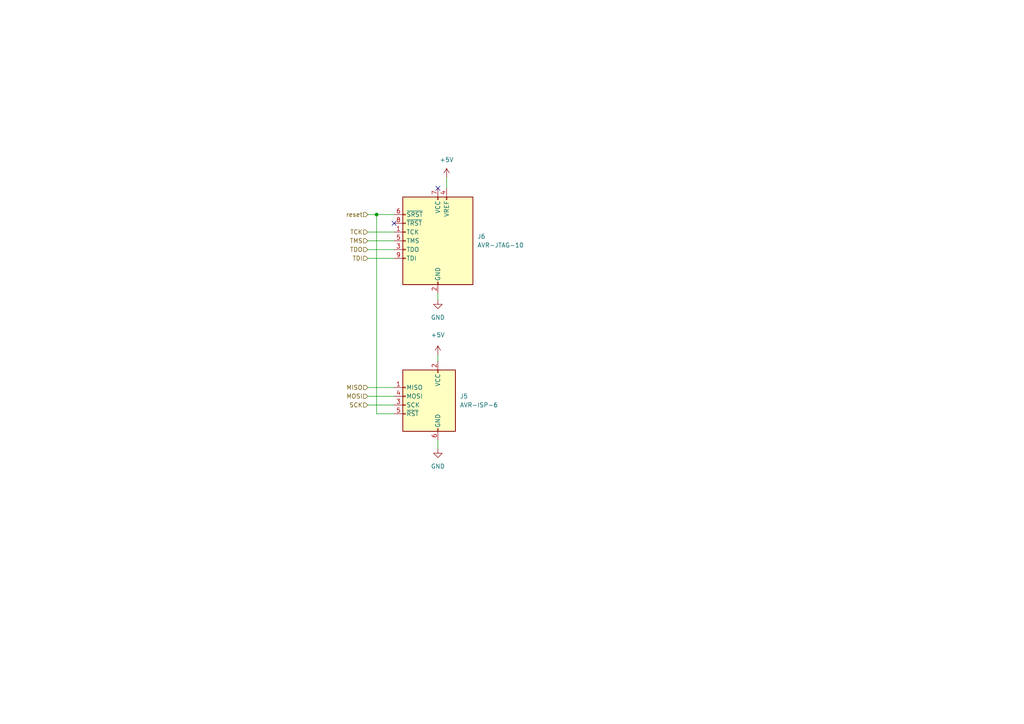
<source format=kicad_sch>
(kicad_sch (version 20211123) (generator eeschema)

  (uuid 617a5ddf-f64c-46c8-9674-979535723738)

  (paper "A4")

  (lib_symbols
    (symbol "Connector:AVR-ISP-6" (pin_names (offset 1.016)) (in_bom yes) (on_board yes)
      (property "Reference" "J" (id 0) (at -6.35 11.43 0)
        (effects (font (size 1.27 1.27)) (justify left))
      )
      (property "Value" "AVR-ISP-6" (id 1) (at 0 11.43 0)
        (effects (font (size 1.27 1.27)) (justify left))
      )
      (property "Footprint" "" (id 2) (at -6.35 1.27 90)
        (effects (font (size 1.27 1.27)) hide)
      )
      (property "Datasheet" " ~" (id 3) (at -32.385 -13.97 0)
        (effects (font (size 1.27 1.27)) hide)
      )
      (property "ki_keywords" "AVR ISP Connector" (id 4) (at 0 0 0)
        (effects (font (size 1.27 1.27)) hide)
      )
      (property "ki_description" "Atmel 6-pin ISP connector" (id 5) (at 0 0 0)
        (effects (font (size 1.27 1.27)) hide)
      )
      (property "ki_fp_filters" "IDC?Header*2x03* Pin?Header*2x03*" (id 6) (at 0 0 0)
        (effects (font (size 1.27 1.27)) hide)
      )
      (symbol "AVR-ISP-6_0_1"
        (rectangle (start -2.667 -6.858) (end -2.413 -7.62)
          (stroke (width 0) (type default) (color 0 0 0 0))
          (fill (type none))
        )
        (rectangle (start -2.667 10.16) (end -2.413 9.398)
          (stroke (width 0) (type default) (color 0 0 0 0))
          (fill (type none))
        )
        (rectangle (start 7.62 -2.413) (end 6.858 -2.667)
          (stroke (width 0) (type default) (color 0 0 0 0))
          (fill (type none))
        )
        (rectangle (start 7.62 0.127) (end 6.858 -0.127)
          (stroke (width 0) (type default) (color 0 0 0 0))
          (fill (type none))
        )
        (rectangle (start 7.62 2.667) (end 6.858 2.413)
          (stroke (width 0) (type default) (color 0 0 0 0))
          (fill (type none))
        )
        (rectangle (start 7.62 5.207) (end 6.858 4.953)
          (stroke (width 0) (type default) (color 0 0 0 0))
          (fill (type none))
        )
        (rectangle (start 7.62 10.16) (end -7.62 -7.62)
          (stroke (width 0.254) (type default) (color 0 0 0 0))
          (fill (type background))
        )
      )
      (symbol "AVR-ISP-6_1_1"
        (pin passive line (at 10.16 5.08 180) (length 2.54)
          (name "MISO" (effects (font (size 1.27 1.27))))
          (number "1" (effects (font (size 1.27 1.27))))
        )
        (pin passive line (at -2.54 12.7 270) (length 2.54)
          (name "VCC" (effects (font (size 1.27 1.27))))
          (number "2" (effects (font (size 1.27 1.27))))
        )
        (pin passive line (at 10.16 0 180) (length 2.54)
          (name "SCK" (effects (font (size 1.27 1.27))))
          (number "3" (effects (font (size 1.27 1.27))))
        )
        (pin passive line (at 10.16 2.54 180) (length 2.54)
          (name "MOSI" (effects (font (size 1.27 1.27))))
          (number "4" (effects (font (size 1.27 1.27))))
        )
        (pin passive line (at 10.16 -2.54 180) (length 2.54)
          (name "~{RST}" (effects (font (size 1.27 1.27))))
          (number "5" (effects (font (size 1.27 1.27))))
        )
        (pin passive line (at -2.54 -10.16 90) (length 2.54)
          (name "GND" (effects (font (size 1.27 1.27))))
          (number "6" (effects (font (size 1.27 1.27))))
        )
      )
    )
    (symbol "Connector:AVR-JTAG-10" (pin_names (offset 1.016)) (in_bom yes) (on_board yes)
      (property "Reference" "J" (id 0) (at -8.89 13.97 0)
        (effects (font (size 1.27 1.27)) (justify left))
      )
      (property "Value" "AVR-JTAG-10" (id 1) (at 1.27 13.97 0)
        (effects (font (size 1.27 1.27)) (justify left))
      )
      (property "Footprint" "" (id 2) (at -3.81 3.81 90)
        (effects (font (size 1.27 1.27)) hide)
      )
      (property "Datasheet" " ~" (id 3) (at -32.385 -13.97 0)
        (effects (font (size 1.27 1.27)) hide)
      )
      (property "ki_keywords" "AVR JTAG Connector" (id 4) (at 0 0 0)
        (effects (font (size 1.27 1.27)) hide)
      )
      (property "ki_description" "Atmel 10-pin JTAG connector" (id 5) (at 0 0 0)
        (effects (font (size 1.27 1.27)) hide)
      )
      (property "ki_fp_filters" "IDC?Header*2x05* Pin?Header*2x05*" (id 6) (at 0 0 0)
        (effects (font (size 1.27 1.27)) hide)
      )
      (symbol "AVR-JTAG-10_0_1"
        (rectangle (start -2.667 12.7) (end -2.413 11.938)
          (stroke (width 0) (type default) (color 0 0 0 0))
          (fill (type none))
        )
        (rectangle (start -0.127 -11.938) (end 0.127 -12.7)
          (stroke (width 0) (type default) (color 0 0 0 0))
          (fill (type none))
        )
        (rectangle (start -0.127 12.7) (end 0.127 11.938)
          (stroke (width 0) (type default) (color 0 0 0 0))
          (fill (type none))
        )
        (rectangle (start 10.16 -4.953) (end 9.398 -5.207)
          (stroke (width 0) (type default) (color 0 0 0 0))
          (fill (type none))
        )
        (rectangle (start 10.16 -2.413) (end 9.398 -2.667)
          (stroke (width 0) (type default) (color 0 0 0 0))
          (fill (type none))
        )
        (rectangle (start 10.16 0.127) (end 9.398 -0.127)
          (stroke (width 0) (type default) (color 0 0 0 0))
          (fill (type none))
        )
        (rectangle (start 10.16 2.667) (end 9.398 2.413)
          (stroke (width 0) (type default) (color 0 0 0 0))
          (fill (type none))
        )
        (rectangle (start 10.16 5.207) (end 9.398 4.953)
          (stroke (width 0) (type default) (color 0 0 0 0))
          (fill (type none))
        )
        (rectangle (start 10.16 7.747) (end 9.398 7.493)
          (stroke (width 0) (type default) (color 0 0 0 0))
          (fill (type none))
        )
        (rectangle (start 10.16 12.7) (end -10.16 -12.7)
          (stroke (width 0.254) (type default) (color 0 0 0 0))
          (fill (type background))
        )
      )
      (symbol "AVR-JTAG-10_1_1"
        (pin passive line (at 12.7 2.54 180) (length 2.54)
          (name "TCK" (effects (font (size 1.27 1.27))))
          (number "1" (effects (font (size 1.27 1.27))))
        )
        (pin passive line (at 0 -15.24 90) (length 2.54) hide
          (name "GND" (effects (font (size 1.27 1.27))))
          (number "10" (effects (font (size 1.27 1.27))))
        )
        (pin passive line (at 0 -15.24 90) (length 2.54)
          (name "GND" (effects (font (size 1.27 1.27))))
          (number "2" (effects (font (size 1.27 1.27))))
        )
        (pin passive line (at 12.7 -2.54 180) (length 2.54)
          (name "TDO" (effects (font (size 1.27 1.27))))
          (number "3" (effects (font (size 1.27 1.27))))
        )
        (pin passive line (at -2.54 15.24 270) (length 2.54)
          (name "VREF" (effects (font (size 1.27 1.27))))
          (number "4" (effects (font (size 1.27 1.27))))
        )
        (pin passive line (at 12.7 0 180) (length 2.54)
          (name "TMS" (effects (font (size 1.27 1.27))))
          (number "5" (effects (font (size 1.27 1.27))))
        )
        (pin passive line (at 12.7 7.62 180) (length 2.54)
          (name "~{SRST}" (effects (font (size 1.27 1.27))))
          (number "6" (effects (font (size 1.27 1.27))))
        )
        (pin passive line (at 0 15.24 270) (length 2.54)
          (name "VCC" (effects (font (size 1.27 1.27))))
          (number "7" (effects (font (size 1.27 1.27))))
        )
        (pin passive line (at 12.7 5.08 180) (length 2.54)
          (name "~{TRST}" (effects (font (size 1.27 1.27))))
          (number "8" (effects (font (size 1.27 1.27))))
        )
        (pin passive line (at 12.7 -5.08 180) (length 2.54)
          (name "TDI" (effects (font (size 1.27 1.27))))
          (number "9" (effects (font (size 1.27 1.27))))
        )
      )
    )
    (symbol "power:+5V" (power) (pin_names (offset 0)) (in_bom yes) (on_board yes)
      (property "Reference" "#PWR" (id 0) (at 0 -3.81 0)
        (effects (font (size 1.27 1.27)) hide)
      )
      (property "Value" "+5V" (id 1) (at 0 3.556 0)
        (effects (font (size 1.27 1.27)))
      )
      (property "Footprint" "" (id 2) (at 0 0 0)
        (effects (font (size 1.27 1.27)) hide)
      )
      (property "Datasheet" "" (id 3) (at 0 0 0)
        (effects (font (size 1.27 1.27)) hide)
      )
      (property "ki_keywords" "power-flag" (id 4) (at 0 0 0)
        (effects (font (size 1.27 1.27)) hide)
      )
      (property "ki_description" "Power symbol creates a global label with name \"+5V\"" (id 5) (at 0 0 0)
        (effects (font (size 1.27 1.27)) hide)
      )
      (symbol "+5V_0_1"
        (polyline
          (pts
            (xy -0.762 1.27)
            (xy 0 2.54)
          )
          (stroke (width 0) (type default) (color 0 0 0 0))
          (fill (type none))
        )
        (polyline
          (pts
            (xy 0 0)
            (xy 0 2.54)
          )
          (stroke (width 0) (type default) (color 0 0 0 0))
          (fill (type none))
        )
        (polyline
          (pts
            (xy 0 2.54)
            (xy 0.762 1.27)
          )
          (stroke (width 0) (type default) (color 0 0 0 0))
          (fill (type none))
        )
      )
      (symbol "+5V_1_1"
        (pin power_in line (at 0 0 90) (length 0) hide
          (name "+5V" (effects (font (size 1.27 1.27))))
          (number "1" (effects (font (size 1.27 1.27))))
        )
      )
    )
    (symbol "power:GND" (power) (pin_names (offset 0)) (in_bom yes) (on_board yes)
      (property "Reference" "#PWR" (id 0) (at 0 -6.35 0)
        (effects (font (size 1.27 1.27)) hide)
      )
      (property "Value" "GND" (id 1) (at 0 -3.81 0)
        (effects (font (size 1.27 1.27)))
      )
      (property "Footprint" "" (id 2) (at 0 0 0)
        (effects (font (size 1.27 1.27)) hide)
      )
      (property "Datasheet" "" (id 3) (at 0 0 0)
        (effects (font (size 1.27 1.27)) hide)
      )
      (property "ki_keywords" "power-flag" (id 4) (at 0 0 0)
        (effects (font (size 1.27 1.27)) hide)
      )
      (property "ki_description" "Power symbol creates a global label with name \"GND\" , ground" (id 5) (at 0 0 0)
        (effects (font (size 1.27 1.27)) hide)
      )
      (symbol "GND_0_1"
        (polyline
          (pts
            (xy 0 0)
            (xy 0 -1.27)
            (xy 1.27 -1.27)
            (xy 0 -2.54)
            (xy -1.27 -1.27)
            (xy 0 -1.27)
          )
          (stroke (width 0) (type default) (color 0 0 0 0))
          (fill (type none))
        )
      )
      (symbol "GND_1_1"
        (pin power_in line (at 0 0 270) (length 0) hide
          (name "GND" (effects (font (size 1.27 1.27))))
          (number "1" (effects (font (size 1.27 1.27))))
        )
      )
    )
  )

  (junction (at 109.22 62.23) (diameter 0) (color 0 0 0 0)
    (uuid b6b00e21-86dc-489d-82de-475ed05c4bb4)
  )

  (no_connect (at 114.3 64.77) (uuid 7c0355c0-b46a-4a2c-880d-ad9881958b0a))
  (no_connect (at 127 54.61) (uuid aa12e63b-2f96-4062-9031-f9c9515e18af))

  (wire (pts (xy 109.22 62.23) (xy 114.3 62.23))
    (stroke (width 0) (type default) (color 0 0 0 0))
    (uuid 183b2990-ca12-4004-9339-41aca7572332)
  )
  (wire (pts (xy 106.68 114.935) (xy 114.3 114.935))
    (stroke (width 0) (type default) (color 0 0 0 0))
    (uuid 228d1066-2db5-43fa-b7ab-379797513cae)
  )
  (wire (pts (xy 109.22 120.015) (xy 109.22 62.23))
    (stroke (width 0) (type default) (color 0 0 0 0))
    (uuid 2533dcf2-aae2-4fef-8102-6ea3217036b7)
  )
  (wire (pts (xy 106.68 69.85) (xy 114.3 69.85))
    (stroke (width 0) (type default) (color 0 0 0 0))
    (uuid 287b9bf1-1508-4adc-a6ea-252aab2a8ebd)
  )
  (wire (pts (xy 106.68 67.31) (xy 114.3 67.31))
    (stroke (width 0) (type default) (color 0 0 0 0))
    (uuid 410f0393-05a6-47a8-adf2-c71cd353a766)
  )
  (wire (pts (xy 106.68 74.93) (xy 114.3 74.93))
    (stroke (width 0) (type default) (color 0 0 0 0))
    (uuid 65a7692d-de6a-404d-a4fa-51e4126b66e4)
  )
  (wire (pts (xy 127 127.635) (xy 127 130.175))
    (stroke (width 0) (type default) (color 0 0 0 0))
    (uuid 6cd796a1-fa8a-4fd0-afe2-e306a94f4075)
  )
  (wire (pts (xy 106.68 117.475) (xy 114.3 117.475))
    (stroke (width 0) (type default) (color 0 0 0 0))
    (uuid 94791234-e4ef-4c60-92d5-b17e8cf2e7c2)
  )
  (wire (pts (xy 127 102.87) (xy 127 104.775))
    (stroke (width 0) (type default) (color 0 0 0 0))
    (uuid a1748532-ab96-4b2a-9297-940ce1cfe7e0)
  )
  (wire (pts (xy 129.54 51.435) (xy 129.54 54.61))
    (stroke (width 0) (type default) (color 0 0 0 0))
    (uuid a1e3d3eb-cef2-4f4d-8bab-22ee21e54357)
  )
  (wire (pts (xy 106.68 62.23) (xy 109.22 62.23))
    (stroke (width 0) (type default) (color 0 0 0 0))
    (uuid b614367c-08c3-448e-b0f8-01aab960e1cb)
  )
  (wire (pts (xy 106.68 72.39) (xy 114.3 72.39))
    (stroke (width 0) (type default) (color 0 0 0 0))
    (uuid d6db2e75-623e-4e6d-b1c8-13a2b0f19836)
  )
  (wire (pts (xy 109.22 120.015) (xy 114.3 120.015))
    (stroke (width 0) (type default) (color 0 0 0 0))
    (uuid e2c29287-fedf-47f1-9e20-891a1f4045df)
  )
  (wire (pts (xy 106.68 112.395) (xy 114.3 112.395))
    (stroke (width 0) (type default) (color 0 0 0 0))
    (uuid efee3672-73b8-406f-9c43-24ca167f6a56)
  )
  (wire (pts (xy 127 85.09) (xy 127 86.995))
    (stroke (width 0) (type default) (color 0 0 0 0))
    (uuid f84694d8-729e-4122-8698-441447cf92b0)
  )

  (hierarchical_label "TDI" (shape input) (at 106.68 74.93 180)
    (effects (font (size 1.27 1.27)) (justify right))
    (uuid 1c8b8538-4f4f-411c-b238-3b8ecd1cf017)
  )
  (hierarchical_label "SCK" (shape input) (at 106.68 117.475 180)
    (effects (font (size 1.27 1.27)) (justify right))
    (uuid 5d80be36-8df9-400e-8092-643b61800aea)
  )
  (hierarchical_label "MOSI" (shape input) (at 106.68 114.935 180)
    (effects (font (size 1.27 1.27)) (justify right))
    (uuid 6122c5b8-8470-4c0c-9eef-78160e301f7f)
  )
  (hierarchical_label "reset" (shape input) (at 106.68 62.23 180)
    (effects (font (size 1.27 1.27)) (justify right))
    (uuid 845a8304-808c-4419-983a-21e996e81bd3)
  )
  (hierarchical_label "TDO" (shape input) (at 106.68 72.39 180)
    (effects (font (size 1.27 1.27)) (justify right))
    (uuid 95c4b2bc-2501-4e85-aeb2-f325b574a28e)
  )
  (hierarchical_label "TCK" (shape input) (at 106.68 67.31 180)
    (effects (font (size 1.27 1.27)) (justify right))
    (uuid 9bb51b73-5076-498e-adf7-65c5e8565668)
  )
  (hierarchical_label "TMS" (shape input) (at 106.68 69.85 180)
    (effects (font (size 1.27 1.27)) (justify right))
    (uuid b5f2a033-da3e-4eda-9c42-2e82d0968bde)
  )
  (hierarchical_label "MISO" (shape input) (at 106.68 112.395 180)
    (effects (font (size 1.27 1.27)) (justify right))
    (uuid c495b773-a03b-4f00-a67c-df5a76f58be8)
  )

  (symbol (lib_id "power:GND") (at 127 130.175 0) (unit 1)
    (in_bom yes) (on_board yes) (fields_autoplaced)
    (uuid 1f60f825-460b-4af7-a841-25cc170707db)
    (property "Reference" "#PWR016" (id 0) (at 127 136.525 0)
      (effects (font (size 1.27 1.27)) hide)
    )
    (property "Value" "GND" (id 1) (at 127 135.255 0))
    (property "Footprint" "" (id 2) (at 127 130.175 0)
      (effects (font (size 1.27 1.27)) hide)
    )
    (property "Datasheet" "" (id 3) (at 127 130.175 0)
      (effects (font (size 1.27 1.27)) hide)
    )
    (pin "1" (uuid 4c4ef7ea-7037-4fd1-b6e2-859db48f68a6))
  )

  (symbol (lib_id "power:+5V") (at 129.54 51.435 0) (unit 1)
    (in_bom yes) (on_board yes) (fields_autoplaced)
    (uuid 421592fa-e44f-4df3-9cfa-233d6b2667cc)
    (property "Reference" "#PWR017" (id 0) (at 129.54 55.245 0)
      (effects (font (size 1.27 1.27)) hide)
    )
    (property "Value" "+5V" (id 1) (at 129.54 46.355 0))
    (property "Footprint" "" (id 2) (at 129.54 51.435 0)
      (effects (font (size 1.27 1.27)) hide)
    )
    (property "Datasheet" "" (id 3) (at 129.54 51.435 0)
      (effects (font (size 1.27 1.27)) hide)
    )
    (pin "1" (uuid ef94a95f-f604-40c7-86a7-f8ca9a218083))
  )

  (symbol (lib_id "power:+5V") (at 127 102.87 0) (unit 1)
    (in_bom yes) (on_board yes) (fields_autoplaced)
    (uuid 788e323c-fd1a-4801-8f8c-feb82697dade)
    (property "Reference" "#PWR015" (id 0) (at 127 106.68 0)
      (effects (font (size 1.27 1.27)) hide)
    )
    (property "Value" "+5V" (id 1) (at 127 97.155 0))
    (property "Footprint" "" (id 2) (at 127 102.87 0)
      (effects (font (size 1.27 1.27)) hide)
    )
    (property "Datasheet" "" (id 3) (at 127 102.87 0)
      (effects (font (size 1.27 1.27)) hide)
    )
    (pin "1" (uuid 719b6c9c-d3df-458d-9c84-d5e1282b1af9))
  )

  (symbol (lib_id "power:GND") (at 127 86.995 0) (unit 1)
    (in_bom yes) (on_board yes) (fields_autoplaced)
    (uuid 9ad2be0d-a588-404f-95e3-a2a1ec8b9f89)
    (property "Reference" "#PWR014" (id 0) (at 127 93.345 0)
      (effects (font (size 1.27 1.27)) hide)
    )
    (property "Value" "GND" (id 1) (at 127 92.075 0))
    (property "Footprint" "" (id 2) (at 127 86.995 0)
      (effects (font (size 1.27 1.27)) hide)
    )
    (property "Datasheet" "" (id 3) (at 127 86.995 0)
      (effects (font (size 1.27 1.27)) hide)
    )
    (pin "1" (uuid 1eaaae60-441f-439d-b735-34c66fdc8042))
  )

  (symbol (lib_id "Connector:AVR-ISP-6") (at 124.46 117.475 0) (mirror y) (unit 1)
    (in_bom yes) (on_board yes) (fields_autoplaced)
    (uuid b10cf93a-8627-4918-ab11-c94d096ff2f9)
    (property "Reference" "J5" (id 0) (at 133.35 114.9349 0)
      (effects (font (size 1.27 1.27)) (justify right))
    )
    (property "Value" "AVR-ISP-6" (id 1) (at 133.35 117.4749 0)
      (effects (font (size 1.27 1.27)) (justify right))
    )
    (property "Footprint" "Connector_PinHeader_2.54mm:PinHeader_2x03_P2.54mm_Vertical" (id 2) (at 130.81 116.205 90)
      (effects (font (size 1.27 1.27)) hide)
    )
    (property "Datasheet" " ~" (id 3) (at 156.845 131.445 0)
      (effects (font (size 1.27 1.27)) hide)
    )
    (pin "1" (uuid 567921ca-e0b5-4fcb-b80c-7fbe3ccb3062))
    (pin "2" (uuid 0f5171b7-dc03-441b-a204-44a54cf675c4))
    (pin "3" (uuid d8d0d950-041a-4e36-8c67-78ed23f876ea))
    (pin "4" (uuid 6c50370d-c5a2-4237-bc57-21d195e108fd))
    (pin "5" (uuid 0b9b8764-7c93-44f8-8c4c-fbe61bb7bff2))
    (pin "6" (uuid fab3af2a-578d-4a30-a857-9adda49b994c))
  )

  (symbol (lib_id "Connector:AVR-JTAG-10") (at 127 69.85 0) (mirror y) (unit 1)
    (in_bom yes) (on_board yes) (fields_autoplaced)
    (uuid eba5bc88-9f89-4516-ae30-69b9f6df3e20)
    (property "Reference" "J6" (id 0) (at 138.43 68.5799 0)
      (effects (font (size 1.27 1.27)) (justify right))
    )
    (property "Value" "AVR-JTAG-10" (id 1) (at 138.43 71.1199 0)
      (effects (font (size 1.27 1.27)) (justify right))
    )
    (property "Footprint" "Connector_PinHeader_2.54mm:PinHeader_2x05_P2.54mm_Vertical" (id 2) (at 130.81 66.04 90)
      (effects (font (size 1.27 1.27)) hide)
    )
    (property "Datasheet" " ~" (id 3) (at 159.385 83.82 0)
      (effects (font (size 1.27 1.27)) hide)
    )
    (pin "1" (uuid 235c978d-8afb-4a0f-ace3-a2bc525b1c1b))
    (pin "10" (uuid edb2e640-c321-4ea1-989c-71bf2cd68be3))
    (pin "2" (uuid dbac1856-41da-4430-85ca-eb3106401b81))
    (pin "3" (uuid e8c3dc2a-0b7c-45e6-9f47-18b2a0533077))
    (pin "4" (uuid 4518808f-003d-429b-9327-57db1a14d154))
    (pin "5" (uuid c5e1020e-049e-43ee-8c17-ce75c7068231))
    (pin "6" (uuid be944b42-5060-40a7-8ffd-40209d477062))
    (pin "7" (uuid 8a1852f2-a85f-45bc-a03e-f6c306fae495))
    (pin "8" (uuid e9f8b53d-0bec-4ed0-a941-6ed1ef7c589a))
    (pin "9" (uuid d4304837-9a7a-40f5-a133-b32dd227171d))
  )
)

</source>
